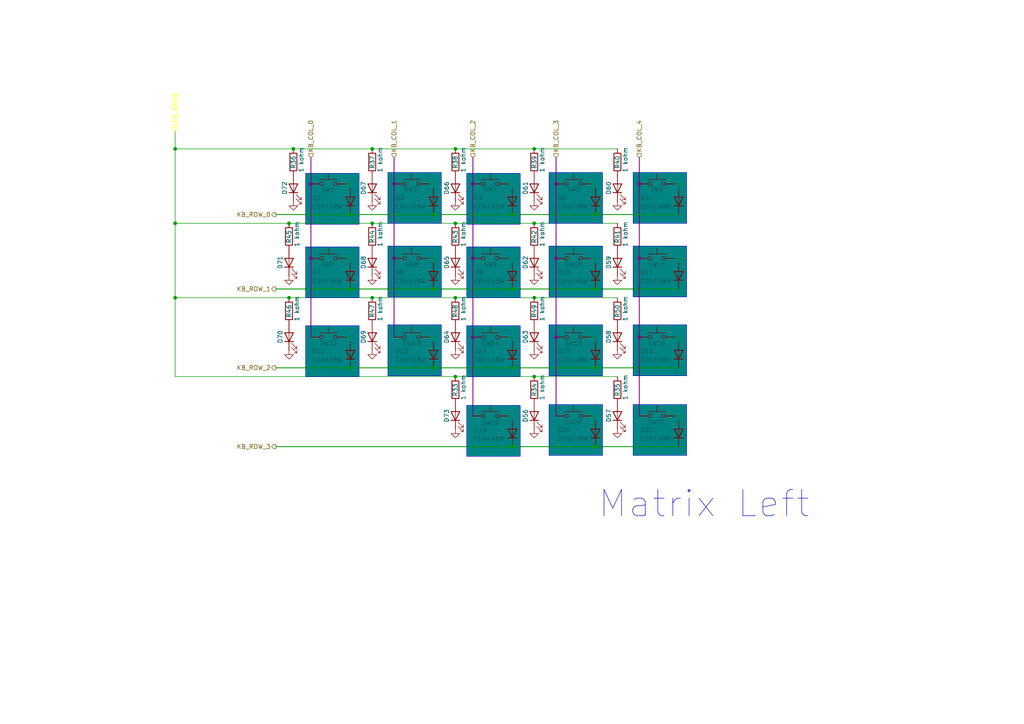
<source format=kicad_sch>
(kicad_sch (version 20231120) (generator "eeschema") (generator_version "8.0")
  (paper "A4")
  (title_block (title "Simple Keyboard") (date "2025-02-09") (rev "0") (company "Daniel Pérez (steewBSD)"))
  (lib_symbols
    (symbol "#inventree:RC0603FR-071KL" (pin_numbers hide) (pin_names (offset 0))
      (property "Reference" "R" (at 2.032 0 90))
      (property "Value" "1 kohm" (at 0 0 90))
      (symbol "RC0603FR-071KL_0_1"
        (rectangle (start -1.016 -2.54) (end 1.016 2.54) (stroke (width 0.254)))
      )
      (symbol "RC0603FR-071KL_1_1"
        (pin passive line (at 0 3.81 270) (length 1.27) (name "~") (number "1"))
        (pin passive line (at 0 -3.81 90) (length 1.27) (name "~") (number "2"))
      )
    )
    (symbol "Device:LED" (pin_numbers hide) (pin_names (offset 1.016) hide)
      (property "Reference" "D" (at 0 2.54 0))
      (property "Value" "LED" (at 0 -2.54 0))
      (symbol "LED_0_1"
        (polyline (pts (xy -1.27 -1.27) (xy -1.27 1.27)) (stroke (width 0.254)))
        (polyline (pts (xy -1.27 0) (xy 1.27 0)))
        (polyline (pts (xy 1.27 -1.27) (xy 1.27 1.27) (xy -1.27 0) (xy 1.27 -1.27)) (stroke (width 0.254)))
        (polyline (pts (xy -3.048 -0.762) (xy -4.572 -2.286) (xy -3.81 -2.286) (xy -4.572 -2.286) (xy -4.572 -1.524)))
        (polyline (pts (xy -1.778 -0.762) (xy -3.302 -2.286) (xy -2.54 -2.286) (xy -3.302 -2.286) (xy -3.302 -1.524)))
      )
      (symbol "LED_1_1"
        (pin passive line (at -3.81 0 0) (length 2.54) (name "K") (number "1"))
        (pin passive line (at 3.81 0 180) (length 2.54) (name "A") (number "2"))
      )
    )
    (symbol "Diode:CD4148W" (pin_numbers hide) (pin_names hide)
      (property "Reference" "D" (at 0 2.54 0))
      (property "Value" "CD4148W" (at 0 -2.54 0))
      (symbol "CD4148W_0_1"
        (polyline (pts (xy -1.27 1.27) (xy -1.27 -1.27)) (stroke (width 0.254)))
        (polyline (pts (xy 1.27 0) (xy -1.27 0)))
        (polyline (pts (xy 1.27 1.27) (xy 1.27 -1.27) (xy -1.27 0) (xy 1.27 1.27)) (stroke (width 0.254)))
      )
      (symbol "CD4148W_1_1"
        (pin passive line (at -3.81 0 0) (length 2.54) (name "K") (number "1"))
        (pin passive line (at 3.81 0 180) (length 2.54) (name "A") (number "2"))
      )
    )
    (symbol "Switch:SW_Push" (pin_numbers hide) (pin_names (offset 1.016) hide)
      (property "Reference" "SW" (at 1.27 2.54 0))
      (property "Value" "SW_Push" (at 0 -1.524 0))
      (symbol "SW_Push_0_1"
        (circle (center -2.032 0) (radius 0.508))
        (polyline (pts (xy 0 1.27) (xy 0 3.048)))
        (polyline (pts (xy 2.54 1.27) (xy -2.54 1.27)))
        (circle (center 2.032 0) (radius 0.508))
        (pin passive line (at -5.08 0 0) (length 2.54) (name "1") (number "1"))
        (pin passive line (at 5.08 0 180) (length 2.54) (name "2") (number "2"))
      )
    )
    (symbol "power:GND" (power) (pin_numbers hide) (pin_names (offset 0) hide)
      (property "Value" "GND" (at 0 -3.81 0))
      (symbol "GND_0_1"
        (polyline (pts (xy 0 0) (xy 0 -1.27) (xy 1.27 -1.27) (xy 0 -2.54) (xy -1.27 -1.27) (xy 0 -1.27)))
      )
      (symbol "GND_1_1"
        (pin power_in line (at 0 0 270) (length 0) (name "~") (number "1"))
      )
    )
  )
  (junction (at 148.59 62.23))
  (junction (at 90.17 53.34) (color 132 0 132 1))
  (junction (at 161.29 97.79) (color 132 0 132 1))
  (junction (at 185.42 97.79) (color 132 0 132 1))
  (junction (at 154.94 64.77))
  (junction (at 114.3 53.34) (color 132 0 132 1))
  (junction (at 154.94 109.22))
  (junction (at 148.59 106.68))
  (junction (at 90.17 74.93) (color 132 0 132 1))
  (junction (at 50.8 86.36))
  (junction (at 185.42 53.34) (color 132 0 132 1))
  (junction (at 161.29 74.93) (color 132 0 132 1))
  (junction (at 83.82 86.36))
  (junction (at 125.73 106.68))
  (junction (at 185.42 74.93) (color 132 0 132 1))
  (junction (at 85.09 43.18))
  (junction (at 125.73 62.23))
  (junction (at 83.82 64.77))
  (junction (at 154.94 86.36))
  (junction (at 50.8 43.18))
  (junction (at 107.95 43.18))
  (junction (at 101.6 62.23))
  (junction (at 107.95 64.77))
  (junction (at 161.29 53.34) (color 132 0 132 1))
  (junction (at 132.08 43.18))
  (junction (at 50.8 64.77))
  (junction (at 172.72 62.23))
  (junction (at 137.16 53.34) (color 132 0 132 1))
  (junction (at 125.73 83.82))
  (junction (at 101.6 83.82))
  (junction (at 154.94 43.18))
  (junction (at 132.08 64.77))
  (junction (at 101.6 106.68))
  (junction (at 132.08 109.22))
  (junction (at 148.59 129.54))
  (junction (at 132.08 86.36))
  (junction (at 172.72 129.54))
  (junction (at 172.72 106.68))
  (junction (at 107.95 86.36))
  (junction (at 114.3 74.93) (color 132 0 132 1))
  (junction (at 137.16 97.79) (color 132 0 132 1))
  (junction (at 148.59 83.82))
  (junction (at 172.72 83.82))
  (junction (at 137.16 74.93) (color 132 0 132 1))
  (wire (pts (xy 137.16 74.93) (xy 137.16 97.79)) (stroke (width 0.254) (color 132 0 132 1)))
  (wire (pts (xy 148.59 62.23) (xy 172.72 62.23)) (stroke (width 0.254)))
  (wire (pts (xy 101.6 62.23) (xy 125.73 62.23)) (stroke (width 0.254)))
  (wire (pts (xy 50.8 43.18) (xy 50.8 64.77)))
  (wire (pts (xy 195.58 120.65) (xy 196.85 120.65)))
  (wire (pts (xy 100.33 97.79) (xy 101.6 97.79)))
  (wire (pts (xy 90.17 45.72) (xy 90.17 53.34)) (stroke (width 0.254) (color 132 0 132 1)))
  (wire (pts (xy 185.42 53.34) (xy 185.42 74.93)) (stroke (width 0.254) (color 132 0 132 1)))
  (wire (pts (xy 107.95 64.77) (xy 132.08 64.77)))
  (wire (pts (xy 114.3 74.93) (xy 114.3 97.79)) (stroke (width 0.254) (color 132 0 132 1)))
  (wire (pts (xy 147.32 74.93) (xy 148.59 74.93)))
  (wire (pts (xy 185.42 74.93) (xy 185.42 97.79)) (stroke (width 0.254) (color 132 0 132 1)))
  (wire (pts (xy 83.82 64.77) (xy 107.95 64.77)))
  (wire (pts (xy 195.58 53.34) (xy 196.85 53.34)))
  (wire (pts (xy 161.29 45.72) (xy 161.29 53.34)) (stroke (width 0.254) (color 132 0 132 1)))
  (wire (pts (xy 107.95 86.36) (xy 132.08 86.36)))
  (wire (pts (xy 50.8 64.77) (xy 50.8 86.36)))
  (wire (pts (xy 147.32 120.65) (xy 148.59 120.65)))
  (wire (pts (xy 154.94 43.18) (xy 179.07 43.18)))
  (wire (pts (xy 137.16 97.79) (xy 137.16 120.65)) (stroke (width 0.254) (color 132 0 132 1)))
  (wire (pts (xy 161.29 97.79) (xy 161.29 120.65)) (stroke (width 0.254) (color 132 0 132 1)))
  (wire (pts (xy 90.17 74.93) (xy 90.17 97.79)) (stroke (width 0.254) (color 132 0 132 1)))
  (wire (pts (xy 50.8 109.22) (xy 132.08 109.22)))
  (wire (pts (xy 172.72 83.82) (xy 196.85 83.82)) (stroke (width 0.254)))
  (wire (pts (xy 154.94 109.22) (xy 179.07 109.22)))
  (wire (pts (xy 80.01 129.54) (xy 148.59 129.54)) (stroke (width 0.254)))
  (wire (pts (xy 100.33 53.34) (xy 101.6 53.34)))
  (wire (pts (xy 195.58 97.79) (xy 196.85 97.79)))
  (wire (pts (xy 125.73 62.23) (xy 148.59 62.23)) (stroke (width 0.254)))
  (wire (pts (xy 101.6 83.82) (xy 125.73 83.82)) (stroke (width 0.254)))
  (wire (pts (xy 101.6 106.68) (xy 125.73 106.68)) (stroke (width 0.254)))
  (wire (pts (xy 50.8 64.77) (xy 83.82 64.77)))
  (wire (pts (xy 50.8 43.18) (xy 85.09 43.18)))
  (wire (pts (xy 148.59 83.82) (xy 172.72 83.82)) (stroke (width 0.254)))
  (wire (pts (xy 125.73 74.93) (xy 125.73 76.2)))
  (wire (pts (xy 172.72 120.65) (xy 172.72 121.92)))
  (wire (pts (xy 195.58 74.93) (xy 196.85 74.93)))
  (wire (pts (xy 132.08 64.77) (xy 154.94 64.77)))
  (wire (pts (xy 124.46 97.79) (xy 125.73 97.79)))
  (wire (pts (xy 196.85 97.79) (xy 196.85 99.06)))
  (wire (pts (xy 172.72 106.68) (xy 196.85 106.68)) (stroke (width 0.254)))
  (wire (pts (xy 148.59 106.68) (xy 172.72 106.68)) (stroke (width 0.254)))
  (wire (pts (xy 90.17 53.34) (xy 90.17 74.93)) (stroke (width 0.254) (color 132 0 132 1)))
  (wire (pts (xy 148.59 74.93) (xy 148.59 76.2)))
  (wire (pts (xy 50.8 38.1) (xy 50.8 43.18)))
  (wire (pts (xy 172.72 62.23) (xy 196.85 62.23)) (stroke (width 0.254)))
  (wire (pts (xy 171.45 74.93) (xy 172.72 74.93)))
  (wire (pts (xy 148.59 129.54) (xy 172.72 129.54)) (stroke (width 0.254)))
  (wire (pts (xy 137.16 45.72) (xy 137.16 53.34)) (stroke (width 0.254) (color 132 0 132 1)))
  (wire (pts (xy 132.08 43.18) (xy 154.94 43.18)))
  (wire (pts (xy 172.72 74.93) (xy 172.72 76.2)))
  (wire (pts (xy 196.85 74.93) (xy 196.85 76.2)))
  (wire (pts (xy 80.01 83.82) (xy 101.6 83.82)) (stroke (width 0.254)))
  (wire (pts (xy 148.59 97.79) (xy 148.59 99.06)))
  (wire (pts (xy 171.45 120.65) (xy 172.72 120.65)))
  (wire (pts (xy 100.33 74.93) (xy 101.6 74.93)))
  (wire (pts (xy 172.72 53.34) (xy 172.72 54.61)))
  (wire (pts (xy 172.72 129.54) (xy 196.85 129.54)) (stroke (width 0.254)))
  (wire (pts (xy 185.42 45.72) (xy 185.42 53.34)) (stroke (width 0.254) (color 132 0 132 1)))
  (wire (pts (xy 107.95 43.18) (xy 132.08 43.18)))
  (wire (pts (xy 132.08 109.22) (xy 154.94 109.22)))
  (wire (pts (xy 101.6 53.34) (xy 101.6 54.61)))
  (wire (pts (xy 172.72 97.79) (xy 172.72 99.06)))
  (wire (pts (xy 114.3 53.34) (xy 114.3 74.93)) (stroke (width 0.254) (color 132 0 132 1)))
  (wire (pts (xy 50.8 86.36) (xy 50.8 109.22)))
  (wire (pts (xy 125.73 83.82) (xy 148.59 83.82)) (stroke (width 0.254)))
  (wire (pts (xy 196.85 53.34) (xy 196.85 54.61)))
  (wire (pts (xy 137.16 53.34) (xy 137.16 74.93)) (stroke (width 0.254) (color 132 0 132 1)))
  (wire (pts (xy 85.09 43.18) (xy 107.95 43.18)))
  (wire (pts (xy 154.94 86.36) (xy 179.07 86.36)))
  (wire (pts (xy 80.01 106.68) (xy 101.6 106.68)) (stroke (width 0.254)))
  (wire (pts (xy 101.6 74.93) (xy 101.6 76.2)))
  (wire (pts (xy 148.59 120.65) (xy 148.59 121.92)))
  (wire (pts (xy 147.32 97.79) (xy 148.59 97.79)))
  (wire (pts (xy 50.8 86.36) (xy 83.82 86.36)))
  (wire (pts (xy 154.94 64.77) (xy 179.07 64.77)))
  (wire (pts (xy 147.32 53.34) (xy 148.59 53.34)))
  (wire (pts (xy 124.46 74.93) (xy 125.73 74.93)))
  (wire (pts (xy 148.59 53.34) (xy 148.59 54.61)))
  (wire (pts (xy 125.73 97.79) (xy 125.73 99.06)))
  (wire (pts (xy 114.3 45.72) (xy 114.3 53.34)) (stroke (width 0.254) (color 132 0 132 1)))
  (wire (pts (xy 80.01 62.23) (xy 101.6 62.23)) (stroke (width 0.254)))
  (wire (pts (xy 161.29 53.34) (xy 161.29 74.93)) (stroke (width 0.254) (color 132 0 132 1)))
  (wire (pts (xy 83.82 86.36) (xy 107.95 86.36)))
  (wire (pts (xy 161.29 74.93) (xy 161.29 97.79)) (stroke (width 0.254) (color 132 0 132 1)))
  (wire (pts (xy 171.45 53.34) (xy 172.72 53.34)))
  (wire (pts (xy 196.85 120.65) (xy 196.85 121.92)))
  (wire (pts (xy 132.08 86.36) (xy 154.94 86.36)))
  (wire (pts (xy 125.73 106.68) (xy 148.59 106.68)) (stroke (width 0.254)))
  (wire (pts (xy 101.6 97.79) (xy 101.6 99.06)))
  (wire (pts (xy 185.42 97.79) (xy 185.42 120.65)) (stroke (width 0.254) (color 132 0 132 1)))
  (wire (pts (xy 124.46 53.34) (xy 125.73 53.34)))
  (wire (pts (xy 171.45 97.79) (xy 172.72 97.79)))
  (wire (pts (xy 125.73 53.34) (xy 125.73 54.61)))
  (rectangle (start 135.382 50.292) (end 150.876 65.024) (fill (type color) (color 0 132 132 1)))
  (rectangle (start 88.646 94.488) (end 104.14 109.22) (fill (type color) (color 0 132 132 1)))
  (rectangle (start 183.642 117.348) (end 199.136 132.08) (fill (type color) (color 0 132 132 1)))
  (rectangle (start 112.522 94.234) (end 128.016 108.966) (fill (type color) (color 0 132 132 1)))
  (rectangle (start 88.646 50.292) (end 104.14 65.024) (fill (type color) (color 0 132 132 1)))
  (rectangle (start 159.258 94.234) (end 174.752 108.966) (fill (type color) (color 0 132 132 1)))
  (rectangle (start 159.258 117.348) (end 174.752 132.08) (fill (type color) (color 0 132 132 1)))
  (rectangle (start 135.382 71.628) (end 150.876 86.36) (fill (type color) (color 0 132 132 1)))
  (rectangle (start 135.382 117.602) (end 150.876 132.334) (fill (type color) (color 0 132 132 1)))
  (rectangle (start 183.642 50.038) (end 199.136 64.77) (fill (type color) (color 0 132 132 1)))
  (rectangle (start 183.642 94.234) (end 199.136 108.966) (fill (type color) (color 0 132 132 1)))
  (rectangle (start 135.382 94.488) (end 150.876 109.22) (fill (type color) (color 0 132 132 1)))
  (rectangle (start 183.642 71.374) (end 199.136 86.106) (fill (type color) (color 0 132 132 1)))
  (rectangle (start 88.646 71.628) (end 104.14 86.36) (fill (type color) (color 0 132 132 1)))
  (rectangle (start 112.522 50.038) (end 128.016 64.77) (fill (type color) (color 0 132 132 1)))
  (rectangle (start 112.522 71.374) (end 128.016 86.106) (fill (type color) (color 0 132 132 1)))
  (rectangle (start 159.258 50.038) (end 174.752 64.77) (fill (type color) (color 0 132 132 1)))
  (rectangle (start 159.258 71.374) (end 174.752 86.106) (fill (type color) (color 0 132 132 1)))
  (text "Matrix Left" (at 204.216 146.304 0) (effects (font (size 7.62 7.62))))
  (hierarchical_label "KB_ROW_0" (shape output) (at 80.01 62.23 180))
  (hierarchical_label "KB_COL_3" (shape input) (at 161.29 45.72 90))
  (hierarchical_label "KB_COL_1" (shape input) (at 114.3 45.72 90))
  (hierarchical_label "KB_ROW_2" (shape output) (at 80.01 106.68 180))
  (hierarchical_label "KB_COL_2" (shape input) (at 137.16 45.72 90))
  (hierarchical_label "KB_COL_0" (shape input) (at 90.17 45.72 90))
  (hierarchical_label "KB_ROW_3" (shape output) (at 80.01 129.54 180))
  (hierarchical_label "KB_ROW_1" (shape output) (at 80.01 83.82 180))
  (hierarchical_label "KB_COL_4" (shape input) (at 185.42 45.72 90))
  (hierarchical_label "LED_DRIVE" (shape input) (at 50.8 38.1 90))
  (symbol (lib_id "#inventree:RC0603FR-071KL") (at 107.95 46.99 0) (unit 1)
    (property "Reference" "R37" (at 107.95 49.022 90) (effects (justify left)))
    (property "Value" "1 kohm" (at 110.236 50.038 90) (effects (justify left)))
    (property "Footprint" "Resistor_SMD:R_0603_1608Metric_Pad0.98x0.95mm_HandSolder" (effects (hide yes)))
    (property "Datasheet" "http://10.0.0.41/media/attachments/part/69/PYu-RC_Group_51_RoHS_L_12.pdf" (effects (hide yes)))
    (property "Description" "RES 1K OHM 1% 1/10W 0603" (effects (hide yes)))
    (property "InvenTree" "69" (effects (hide yes)))
    (property "Mounting Type" "0603" (effects (hide yes)))
    (property "Package Type" "0603 (1608 Metric)" (effects (hide yes)))
    (property "Part URL" "http://10.0.0.41:7333/part/69/" (effects (hide yes)))
    (property "Rated Power" "0.1W, 1/10W" (effects (hide yes)))
    (property "Tolerance" "1%" (effects (hide yes)))
  )
  (symbol (lib_id "Diode:CD4148W") (at 196.85 80.01 90) (unit 1)
    (property "Reference" "D11" (at 185.674 78.994 90) (effects (justify right)))
    (property "Value" "CD4148W" (at 185.674 81.534 90) (effects (justify right)))
    (property "Footprint" "Diode_SMD:D_0805_2012Metric_Pad1.15x1.40mm_HandSolder" (effects (hide yes)))
    (property "Datasheet" "https://www.lcsc.com/datasheet/lcsc_datasheet_1809291616_LIZ-Elec-CD4148WSP_C109001.pdf" (effects (hide yes)))
    (property "Description" "75V 0.15A Switching Diode, 0805" (effects (hide yes)))
    (property "Sim.Device" "D" (effects (hide yes)))
    (property "Sim.Pins" "1=K 2=A" (effects (hide yes)))
    (property "InvenTree" "64" (effects (hide yes)))
  )
  (symbol (lib_id "Diode:CD4148W") (at 125.73 58.42 90) (unit 1)
    (property "Reference" "D3" (at 114.554 57.404 90) (effects (justify right)))
    (property "Value" "CD4148W" (at 114.554 59.944 90) (effects (justify right)))
    (property "Footprint" "Diode_SMD:D_0805_2012Metric_Pad1.15x1.40mm_HandSolder" (effects (hide yes)))
    (property "Datasheet" "https://www.lcsc.com/datasheet/lcsc_datasheet_1809291616_LIZ-Elec-CD4148WSP_C109001.pdf" (effects (hide yes)))
    (property "Description" "75V 0.15A Switching Diode, 0805" (effects (hide yes)))
    (property "Sim.Device" "D" (effects (hide yes)))
    (property "Sim.Pins" "1=K 2=A" (effects (hide yes)))
    (property "InvenTree" "64" (effects (hide yes)))
  )
  (symbol (lib_id "Device:LED") (at 85.09 54.61 90) (unit 1)
    (property "Reference" "D72" (at 82.55 52.578 0) (effects (justify right)))
    (property "Value" "LED" (effects (hide yes)))
    (property "Footprint" "LED_SMD:LED_0603_1608Metric_Pad1.05x0.95mm_HandSolder" (effects (hide yes)))
    (property "Description" "Light emitting diode" (effects (hide yes)))
    (property "InvenTree" "67" (effects (hide yes)))
  )
  (symbol (lib_id "Switch:SW_Push") (at 190.5 53.34 0) (unit 1)
    (property "Reference" "SW6" (at 190.5 54.864 0))
    (property "Value" "SW_Push" (effects (hide yes)))
    (property "Footprint" "personal:Gateron_Milky_Yellow" (effects (hide yes)))
    (property "Description" "Push button switch, generic, two pins" (effects (hide yes)))
  )
  (symbol (lib_id "Diode:CD4148W") (at 148.59 58.42 90) (unit 1)
    (property "Reference" "D4" (at 137.414 57.404 90) (effects (justify right)))
    (property "Value" "CD4148W" (at 137.414 59.944 90) (effects (justify right)))
    (property "Footprint" "Diode_SMD:D_0805_2012Metric_Pad1.15x1.40mm_HandSolder" (effects (hide yes)))
    (property "Datasheet" "https://www.lcsc.com/datasheet/lcsc_datasheet_1809291616_LIZ-Elec-CD4148WSP_C109001.pdf" (effects (hide yes)))
    (property "Description" "75V 0.15A Switching Diode, 0805" (effects (hide yes)))
    (property "Sim.Device" "D" (effects (hide yes)))
    (property "Sim.Pins" "1=K 2=A" (effects (hide yes)))
    (property "InvenTree" "64" (effects (hide yes)))
  )
  (symbol (lib_id "#inventree:RC0603FR-071KL") (at 83.82 90.17 0) (unit 1)
    (property "Reference" "R46" (at 83.82 92.202 90) (effects (justify left)))
    (property "Value" "1 kohm" (at 86.106 93.218 90) (effects (justify left)))
    (property "Footprint" "Resistor_SMD:R_0603_1608Metric_Pad0.98x0.95mm_HandSolder" (effects (hide yes)))
    (property "Datasheet" "http://10.0.0.41/media/attachments/part/69/PYu-RC_Group_51_RoHS_L_12.pdf" (effects (hide yes)))
    (property "Description" "RES 1K OHM 1% 1/10W 0603" (effects (hide yes)))
    (property "InvenTree" "69" (effects (hide yes)))
    (property "Mounting Type" "0603" (effects (hide yes)))
    (property "Package Type" "0603 (1608 Metric)" (effects (hide yes)))
    (property "Part URL" "http://10.0.0.41:7333/part/69/" (effects (hide yes)))
    (property "Rated Power" "0.1W, 1/10W" (effects (hide yes)))
    (property "Tolerance" "1%" (effects (hide yes)))
  )
  (symbol (lib_id "Device:LED") (at 107.95 54.61 90) (unit 1)
    (property "Reference" "D67" (at 105.41 52.578 0) (effects (justify right)))
    (property "Value" "LED" (effects (hide yes)))
    (property "Footprint" "LED_SMD:LED_0603_1608Metric_Pad1.05x0.95mm_HandSolder" (effects (hide yes)))
    (property "Description" "Light emitting diode" (effects (hide yes)))
    (property "InvenTree" "67" (effects (hide yes)))
  )
  (symbol (lib_id "power:GND") (at 132.08 80.01 0) (unit 1)
    (property "Reference" "#PWR0109" (effects (hide yes)))
    (property "Value" "GND" (effects (hide yes)))
    (property "Description" "Power symbol creates a global label with name \"GND\" , ground" (effects (hide yes)))
  )
  (symbol (lib_id "#inventree:RC0603FR-071KL") (at 154.94 68.58 0) (unit 1)
    (property "Reference" "R42" (at 154.94 70.612 90) (effects (justify left)))
    (property "Value" "1 kohm" (at 157.226 71.628 90) (effects (justify left)))
    (property "Footprint" "Resistor_SMD:R_0603_1608Metric_Pad0.98x0.95mm_HandSolder" (effects (hide yes)))
    (property "Datasheet" "http://10.0.0.41/media/attachments/part/69/PYu-RC_Group_51_RoHS_L_12.pdf" (effects (hide yes)))
    (property "Description" "RES 1K OHM 1% 1/10W 0603" (effects (hide yes)))
    (property "InvenTree" "69" (effects (hide yes)))
    (property "Mounting Type" "0603" (effects (hide yes)))
    (property "Package Type" "0603 (1608 Metric)" (effects (hide yes)))
    (property "Part URL" "http://10.0.0.41:7333/part/69/" (effects (hide yes)))
    (property "Rated Power" "0.1W, 1/10W" (effects (hide yes)))
    (property "Tolerance" "1%" (effects (hide yes)))
  )
  (symbol (lib_id "power:GND") (at 132.08 58.42 0) (unit 1)
    (property "Reference" "#PWR0104" (effects (hide yes)))
    (property "Value" "GND" (effects (hide yes)))
    (property "Description" "Power symbol creates a global label with name \"GND\" , ground" (effects (hide yes)))
  )
  (symbol (lib_id "#inventree:RC0603FR-071KL") (at 179.07 113.03 0) (unit 1)
    (property "Reference" "R35" (at 179.07 115.062 90) (effects (justify left)))
    (property "Value" "1 kohm" (at 181.356 116.078 90) (effects (justify left)))
    (property "Footprint" "Resistor_SMD:R_0603_1608Metric_Pad0.98x0.95mm_HandSolder" (effects (hide yes)))
    (property "Datasheet" "http://10.0.0.41/media/attachments/part/69/PYu-RC_Group_51_RoHS_L_12.pdf" (effects (hide yes)))
    (property "Description" "RES 1K OHM 1% 1/10W 0603" (effects (hide yes)))
    (property "InvenTree" "69" (effects (hide yes)))
    (property "Mounting Type" "0603" (effects (hide yes)))
    (property "Package Type" "0603 (1608 Metric)" (effects (hide yes)))
    (property "Part URL" "http://10.0.0.41:7333/part/69/" (effects (hide yes)))
    (property "Rated Power" "0.1W, 1/10W" (effects (hide yes)))
    (property "Tolerance" "1%" (effects (hide yes)))
  )
  (symbol (lib_id "Device:LED") (at 179.07 76.2 90) (unit 1)
    (property "Reference" "D59" (at 176.53 74.168 0) (effects (justify right)))
    (property "Value" "LED" (effects (hide yes)))
    (property "Footprint" "LED_SMD:LED_0603_1608Metric_Pad1.05x0.95mm_HandSolder" (effects (hide yes)))
    (property "Description" "Light emitting diode" (effects (hide yes)))
    (property "InvenTree" "67" (effects (hide yes)))
  )
  (symbol (lib_id "Switch:SW_Push") (at 119.38 53.34 0) (unit 1)
    (property "Reference" "SW3" (at 119.126 54.864 0))
    (property "Value" "SW_Push" (effects (hide yes)))
    (property "Footprint" "personal:Gateron_Milky_Yellow" (effects (hide yes)))
    (property "Description" "Push button switch, generic, two pins" (effects (hide yes)))
  )
  (symbol (lib_id "Diode:CD4148W") (at 172.72 125.73 90) (unit 1)
    (property "Reference" "D20" (at 161.544 124.714 90) (effects (justify right)))
    (property "Value" "CD4148W" (at 161.544 127.254 90) (effects (justify right)))
    (property "Footprint" "Diode_SMD:D_0805_2012Metric_Pad1.15x1.40mm_HandSolder" (effects (hide yes)))
    (property "Datasheet" "https://www.lcsc.com/datasheet/lcsc_datasheet_1809291616_LIZ-Elec-CD4148WSP_C109001.pdf" (effects (hide yes)))
    (property "Description" "75V 0.15A Switching Diode, 0805" (effects (hide yes)))
    (property "Sim.Device" "D" (effects (hide yes)))
    (property "Sim.Pins" "1=K 2=A" (effects (hide yes)))
    (property "InvenTree" "64" (effects (hide yes)))
  )
  (symbol (lib_id "Switch:SW_Push") (at 142.24 120.65 0) (unit 1)
    (property "Reference" "SW19" (at 142.24 122.682 0))
    (property "Value" "SW_Push" (effects (hide yes)))
    (property "Footprint" "personal:Gateron_Milky_Yellow" (effects (hide yes)))
    (property "Description" "Push button switch, generic, two pins" (effects (hide yes)))
  )
  (symbol (lib_id "Device:LED") (at 179.07 54.61 90) (unit 1)
    (property "Reference" "D60" (at 176.53 52.578 0) (effects (justify right)))
    (property "Value" "LED" (effects (hide yes)))
    (property "Footprint" "LED_SMD:LED_0603_1608Metric_Pad1.05x0.95mm_HandSolder" (effects (hide yes)))
    (property "Description" "Light emitting diode" (effects (hide yes)))
    (property "InvenTree" "67" (effects (hide yes)))
  )
  (symbol (lib_id "Switch:SW_Push") (at 190.5 74.93 0) (unit 1)
    (property "Reference" "SW11" (at 190.5 76.708 0))
    (property "Value" "SW_Push" (effects (hide yes)))
    (property "Footprint" "personal:Gateron_Milky_Yellow" (effects (hide yes)))
    (property "Description" "Push button switch, generic, two pins" (effects (hide yes)))
  )
  (symbol (lib_id "#inventree:RC0603FR-071KL") (at 179.07 46.99 0) (unit 1)
    (property "Reference" "R40" (at 179.07 49.022 90) (effects (justify left)))
    (property "Value" "1 kohm" (at 181.356 50.038 90) (effects (justify left)))
    (property "Footprint" "Resistor_SMD:R_0603_1608Metric_Pad0.98x0.95mm_HandSolder" (effects (hide yes)))
    (property "Datasheet" "http://10.0.0.41/media/attachments/part/69/PYu-RC_Group_51_RoHS_L_12.pdf" (effects (hide yes)))
    (property "Description" "RES 1K OHM 1% 1/10W 0603" (effects (hide yes)))
    (property "InvenTree" "69" (effects (hide yes)))
    (property "Mounting Type" "0603" (effects (hide yes)))
    (property "Package Type" "0603 (1608 Metric)" (effects (hide yes)))
    (property "Part URL" "http://10.0.0.41:7333/part/69/" (effects (hide yes)))
    (property "Rated Power" "0.1W, 1/10W" (effects (hide yes)))
    (property "Tolerance" "1%" (effects (hide yes)))
  )
  (symbol (lib_id "Switch:SW_Push") (at 166.37 120.65 0) (unit 1)
    (property "Reference" "SW20" (at 166.37 122.428 0))
    (property "Value" "SW_Push" (effects (hide yes)))
    (property "Footprint" "personal:Gateron_Milky_Yellow" (effects (hide yes)))
    (property "Description" "Push button switch, generic, two pins" (effects (hide yes)))
  )
  (symbol (lib_id "power:GND") (at 132.08 101.6 0) (unit 1)
    (property "Reference" "#PWR0114" (effects (hide yes)))
    (property "Value" "GND" (effects (hide yes)))
    (property "Description" "Power symbol creates a global label with name \"GND\" , ground" (effects (hide yes)))
  )
  (symbol (lib_id "Device:LED") (at 154.94 120.65 90) (unit 1)
    (property "Reference" "D56" (at 152.4 118.618 0) (effects (justify right)))
    (property "Value" "LED" (effects (hide yes)))
    (property "Footprint" "LED_SMD:LED_0603_1608Metric_Pad1.05x0.95mm_HandSolder" (effects (hide yes)))
    (property "Description" "Light emitting diode" (effects (hide yes)))
    (property "InvenTree" "67" (effects (hide yes)))
  )
  (symbol (lib_id "power:GND") (at 179.07 101.6 0) (unit 1)
    (property "Reference" "#PWR0116" (effects (hide yes)))
    (property "Value" "GND" (effects (hide yes)))
    (property "Description" "Power symbol creates a global label with name \"GND\" , ground" (effects (hide yes)))
  )
  (symbol (lib_id "power:GND") (at 107.95 80.01 0) (unit 1)
    (property "Reference" "#PWR0110" (effects (hide yes)))
    (property "Value" "GND" (effects (hide yes)))
    (property "Description" "Power symbol creates a global label with name \"GND\" , ground" (effects (hide yes)))
  )
  (symbol (lib_id "Device:LED") (at 132.08 120.65 90) (unit 1)
    (property "Reference" "D73" (at 129.54 118.618 0) (effects (justify right)))
    (property "Value" "LED" (effects (hide yes)))
    (property "Footprint" "LED_SMD:LED_0603_1608Metric_Pad1.05x0.95mm_HandSolder" (effects (hide yes)))
    (property "Description" "Light emitting diode" (effects (hide yes)))
    (property "InvenTree" "67" (effects (hide yes)))
  )
  (symbol (lib_id "Switch:SW_Push") (at 142.24 97.79 0) (unit 1)
    (property "Reference" "SW14" (at 142.24 99.568 0))
    (property "Value" "SW_Push" (effects (hide yes)))
    (property "Footprint" "personal:Gateron_Milky_Yellow" (effects (hide yes)))
    (property "Description" "Push button switch, generic, two pins" (effects (hide yes)))
  )
  (symbol (lib_id "power:GND") (at 179.07 124.46 0) (unit 1)
    (property "Reference" "#PWR0117" (effects (hide yes)))
    (property "Value" "GND" (effects (hide yes)))
    (property "Description" "Power symbol creates a global label with name \"GND\" , ground" (effects (hide yes)))
  )
  (symbol (lib_id "Device:LED") (at 154.94 76.2 90) (unit 1)
    (property "Reference" "D62" (at 152.4 74.168 0) (effects (justify right)))
    (property "Value" "LED" (effects (hide yes)))
    (property "Footprint" "LED_SMD:LED_0603_1608Metric_Pad1.05x0.95mm_HandSolder" (effects (hide yes)))
    (property "Description" "Light emitting diode" (effects (hide yes)))
    (property "InvenTree" "67" (effects (hide yes)))
  )
  (symbol (lib_id "#inventree:RC0603FR-071KL") (at 154.94 90.17 0) (unit 1)
    (property "Reference" "R49" (at 154.94 92.202 90) (effects (justify left)))
    (property "Value" "1 kohm" (at 157.226 93.218 90) (effects (justify left)))
    (property "Footprint" "Resistor_SMD:R_0603_1608Metric_Pad0.98x0.95mm_HandSolder" (effects (hide yes)))
    (property "Datasheet" "http://10.0.0.41/media/attachments/part/69/PYu-RC_Group_51_RoHS_L_12.pdf" (effects (hide yes)))
    (property "Description" "RES 1K OHM 1% 1/10W 0603" (effects (hide yes)))
    (property "InvenTree" "69" (effects (hide yes)))
    (property "Mounting Type" "0603" (effects (hide yes)))
    (property "Package Type" "0603 (1608 Metric)" (effects (hide yes)))
    (property "Part URL" "http://10.0.0.41:7333/part/69/" (effects (hide yes)))
    (property "Rated Power" "0.1W, 1/10W" (effects (hide yes)))
    (property "Tolerance" "1%" (effects (hide yes)))
  )
  (symbol (lib_id "Device:LED") (at 179.07 97.79 90) (unit 1)
    (property "Reference" "D58" (at 176.53 95.758 0) (effects (justify right)))
    (property "Value" "LED" (effects (hide yes)))
    (property "Footprint" "LED_SMD:LED_0603_1608Metric_Pad1.05x0.95mm_HandSolder" (effects (hide yes)))
    (property "Description" "Light emitting diode" (effects (hide yes)))
    (property "InvenTree" "67" (effects (hide yes)))
  )
  (symbol (lib_id "Diode:CD4148W") (at 196.85 102.87 90) (unit 1)
    (property "Reference" "D16" (at 185.674 101.854 90) (effects (justify right)))
    (property "Value" "CD4148W" (at 185.674 104.394 90) (effects (justify right)))
    (property "Footprint" "Diode_SMD:D_0805_2012Metric_Pad1.15x1.40mm_HandSolder" (effects (hide yes)))
    (property "Datasheet" "https://www.lcsc.com/datasheet/lcsc_datasheet_1809291616_LIZ-Elec-CD4148WSP_C109001.pdf" (effects (hide yes)))
    (property "Description" "75V 0.15A Switching Diode, 0805" (effects (hide yes)))
    (property "Sim.Device" "D" (effects (hide yes)))
    (property "Sim.Pins" "1=K 2=A" (effects (hide yes)))
    (property "InvenTree" "64" (effects (hide yes)))
  )
  (symbol (lib_id "Diode:CD4148W") (at 172.72 102.87 90) (unit 1)
    (property "Reference" "D15" (at 161.544 101.854 90) (effects (justify right)))
    (property "Value" "CD4148W" (at 161.544 104.394 90) (effects (justify right)))
    (property "Footprint" "Diode_SMD:D_0805_2012Metric_Pad1.15x1.40mm_HandSolder" (effects (hide yes)))
    (property "Datasheet" "https://www.lcsc.com/datasheet/lcsc_datasheet_1809291616_LIZ-Elec-CD4148WSP_C109001.pdf" (effects (hide yes)))
    (property "Description" "75V 0.15A Switching Diode, 0805" (effects (hide yes)))
    (property "Sim.Device" "D" (effects (hide yes)))
    (property "Sim.Pins" "1=K 2=A" (effects (hide yes)))
    (property "InvenTree" "64" (effects (hide yes)))
  )
  (symbol (lib_id "#inventree:RC0603FR-071KL") (at 85.09 46.99 0) (unit 1)
    (property "Reference" "R36" (at 85.09 49.022 90) (effects (justify left)))
    (property "Value" "1 kohm" (at 87.376 50.038 90) (effects (justify left)))
    (property "Footprint" "Resistor_SMD:R_0603_1608Metric_Pad0.98x0.95mm_HandSolder" (effects (hide yes)))
    (property "Datasheet" "http://10.0.0.41/media/attachments/part/69/PYu-RC_Group_51_RoHS_L_12.pdf" (effects (hide yes)))
    (property "Description" "RES 1K OHM 1% 1/10W 0603" (effects (hide yes)))
    (property "InvenTree" "69" (effects (hide yes)))
    (property "Mounting Type" "0603" (effects (hide yes)))
    (property "Package Type" "0603 (1608 Metric)" (effects (hide yes)))
    (property "Part URL" "http://10.0.0.41:7333/part/69/" (effects (hide yes)))
    (property "Rated Power" "0.1W, 1/10W" (effects (hide yes)))
    (property "Tolerance" "1%" (effects (hide yes)))
  )
  (symbol (lib_id "Device:LED") (at 107.95 76.2 90) (unit 1)
    (property "Reference" "D68" (at 105.41 74.168 0) (effects (justify right)))
    (property "Value" "LED" (effects (hide yes)))
    (property "Footprint" "LED_SMD:LED_0603_1608Metric_Pad1.05x0.95mm_HandSolder" (effects (hide yes)))
    (property "Description" "Light emitting diode" (effects (hide yes)))
    (property "InvenTree" "67" (effects (hide yes)))
  )
  (symbol (lib_id "Diode:CD4148W") (at 148.59 80.01 90) (unit 1)
    (property "Reference" "D9" (at 137.414 78.994 90) (effects (justify right)))
    (property "Value" "CD4148W" (at 137.414 81.534 90) (effects (justify right)))
    (property "Footprint" "Diode_SMD:D_0805_2012Metric_Pad1.15x1.40mm_HandSolder" (effects (hide yes)))
    (property "Datasheet" "https://www.lcsc.com/datasheet/lcsc_datasheet_1809291616_LIZ-Elec-CD4148WSP_C109001.pdf" (effects (hide yes)))
    (property "Description" "75V 0.15A Switching Diode, 0805" (effects (hide yes)))
    (property "Sim.Device" "D" (effects (hide yes)))
    (property "Sim.Pins" "1=K 2=A" (effects (hide yes)))
    (property "InvenTree" "64" (effects (hide yes)))
  )
  (symbol (lib_id "Device:LED") (at 132.08 54.61 90) (unit 1)
    (property "Reference" "D66" (at 129.54 52.578 0) (effects (justify right)))
    (property "Value" "LED" (effects (hide yes)))
    (property "Footprint" "LED_SMD:LED_0603_1608Metric_Pad1.05x0.95mm_HandSolder" (effects (hide yes)))
    (property "Description" "Light emitting diode" (effects (hide yes)))
    (property "InvenTree" "67" (effects (hide yes)))
  )
  (symbol (lib_id "Switch:SW_Push") (at 166.37 53.34 0) (unit 1)
    (property "Reference" "SW5" (at 166.37 54.864 0))
    (property "Value" "SW_Push" (effects (hide yes)))
    (property "Footprint" "personal:Gateron_Milky_Yellow" (effects (hide yes)))
    (property "Description" "Push button switch, generic, two pins" (effects (hide yes)))
  )
  (symbol (lib_id "Switch:SW_Push") (at 95.25 97.79 0) (unit 1)
    (property "Reference" "SW12" (at 95.25 99.568 0))
    (property "Value" "SW_Push" (effects (hide yes)))
    (property "Footprint" "personal:Gateron_Milky_Yellow" (effects (hide yes)))
    (property "Description" "Push button switch, generic, two pins" (effects (hide yes)))
  )
  (symbol (lib_id "Device:LED") (at 132.08 97.79 90) (unit 1)
    (property "Reference" "D64" (at 129.54 95.758 0) (effects (justify right)))
    (property "Value" "LED" (effects (hide yes)))
    (property "Footprint" "LED_SMD:LED_0603_1608Metric_Pad1.05x0.95mm_HandSolder" (effects (hide yes)))
    (property "Description" "Light emitting diode" (effects (hide yes)))
    (property "InvenTree" "67" (effects (hide yes)))
  )
  (symbol (lib_id "Device:LED") (at 132.08 76.2 90) (unit 1)
    (property "Reference" "D65" (at 129.54 74.168 0) (effects (justify right)))
    (property "Value" "LED" (effects (hide yes)))
    (property "Footprint" "LED_SMD:LED_0603_1608Metric_Pad1.05x0.95mm_HandSolder" (effects (hide yes)))
    (property "Description" "Light emitting diode" (effects (hide yes)))
    (property "InvenTree" "67" (effects (hide yes)))
  )
  (symbol (lib_id "Diode:CD4148W") (at 125.73 80.01 90) (unit 1)
    (property "Reference" "D8" (at 114.554 78.994 90) (effects (justify right)))
    (property "Value" "CD4148W" (at 114.554 81.534 90) (effects (justify right)))
    (property "Footprint" "Diode_SMD:D_0805_2012Metric_Pad1.15x1.40mm_HandSolder" (effects (hide yes)))
    (property "Datasheet" "https://www.lcsc.com/datasheet/lcsc_datasheet_1809291616_LIZ-Elec-CD4148WSP_C109001.pdf" (effects (hide yes)))
    (property "Description" "75V 0.15A Switching Diode, 0805" (effects (hide yes)))
    (property "Sim.Device" "D" (effects (hide yes)))
    (property "Sim.Pins" "1=K 2=A" (effects (hide yes)))
    (property "InvenTree" "64" (effects (hide yes)))
  )
  (symbol (lib_id "power:GND") (at 107.95 101.6 0) (unit 1)
    (property "Reference" "#PWR0113" (effects (hide yes)))
    (property "Value" "GND" (effects (hide yes)))
    (property "Description" "Power symbol creates a global label with name \"GND\" , ground" (effects (hide yes)))
  )
  (symbol (lib_id "Switch:SW_Push") (at 142.24 74.93 0) (unit 1)
    (property "Reference" "SW9" (at 142.24 76.708 0))
    (property "Value" "SW_Push" (effects (hide yes)))
    (property "Footprint" "personal:Gateron_Milky_Yellow" (effects (hide yes)))
    (property "Description" "Push button switch, generic, two pins" (effects (hide yes)))
  )
  (symbol (lib_id "power:GND") (at 154.94 80.01 0) (unit 1)
    (property "Reference" "#PWR0108" (effects (hide yes)))
    (property "Value" "GND" (effects (hide yes)))
    (property "Description" "Power symbol creates a global label with name \"GND\" , ground" (effects (hide yes)))
  )
  (symbol (lib_id "power:GND") (at 132.08 124.46 0) (unit 1)
    (property "Reference" "#PWR0119" (effects (hide yes)))
    (property "Value" "GND" (effects (hide yes)))
    (property "Description" "Power symbol creates a global label with name \"GND\" , ground" (effects (hide yes)))
  )
  (symbol (lib_id "power:GND") (at 83.82 101.6 0) (unit 1)
    (property "Reference" "#PWR0112" (effects (hide yes)))
    (property "Value" "GND" (effects (hide yes)))
    (property "Description" "Power symbol creates a global label with name \"GND\" , ground" (effects (hide yes)))
  )
  (symbol (lib_id "power:GND") (at 85.09 58.42 0) (unit 1)
    (property "Reference" "#PWR0102" (effects (hide yes)))
    (property "Value" "GND" (effects (hide yes)))
    (property "Description" "Power symbol creates a global label with name \"GND\" , ground" (effects (hide yes)))
  )
  (symbol (lib_id "#inventree:RC0603FR-071KL") (at 154.94 113.03 0) (unit 1)
    (property "Reference" "R34" (at 154.94 115.062 90) (effects (justify left)))
    (property "Value" "1 kohm" (at 157.226 116.078 90) (effects (justify left)))
    (property "Footprint" "Resistor_SMD:R_0603_1608Metric_Pad0.98x0.95mm_HandSolder" (effects (hide yes)))
    (property "Datasheet" "http://10.0.0.41/media/attachments/part/69/PYu-RC_Group_51_RoHS_L_12.pdf" (effects (hide yes)))
    (property "Description" "RES 1K OHM 1% 1/10W 0603" (effects (hide yes)))
    (property "InvenTree" "69" (effects (hide yes)))
    (property "Mounting Type" "0603" (effects (hide yes)))
    (property "Package Type" "0603 (1608 Metric)" (effects (hide yes)))
    (property "Part URL" "http://10.0.0.41:7333/part/69/" (effects (hide yes)))
    (property "Rated Power" "0.1W, 1/10W" (effects (hide yes)))
    (property "Tolerance" "1%" (effects (hide yes)))
  )
  (symbol (lib_id "Device:LED") (at 179.07 120.65 90) (unit 1)
    (property "Reference" "D57" (at 176.53 118.618 0) (effects (justify right)))
    (property "Value" "LED" (effects (hide yes)))
    (property "Footprint" "LED_SMD:LED_0603_1608Metric_Pad1.05x0.95mm_HandSolder" (effects (hide yes)))
    (property "Description" "Light emitting diode" (effects (hide yes)))
    (property "InvenTree" "67" (effects (hide yes)))
  )
  (symbol (lib_id "Switch:SW_Push") (at 166.37 74.93 0) (unit 1)
    (property "Reference" "SW10" (at 166.37 76.708 0))
    (property "Value" "SW_Push" (effects (hide yes)))
    (property "Footprint" "personal:Gateron_Milky_Yellow" (effects (hide yes)))
    (property "Description" "Push button switch, generic, two pins" (effects (hide yes)))
  )
  (symbol (lib_id "power:GND") (at 179.07 80.01 0) (unit 1)
    (property "Reference" "#PWR0107" (effects (hide yes)))
    (property "Value" "GND" (effects (hide yes)))
    (property "Description" "Power symbol creates a global label with name \"GND\" , ground" (effects (hide yes)))
  )
  (symbol (lib_id "Diode:CD4148W") (at 148.59 102.87 90) (unit 1)
    (property "Reference" "D14" (at 137.414 101.854 90) (effects (justify right)))
    (property "Value" "CD4148W" (at 137.414 104.394 90) (effects (justify right)))
    (property "Footprint" "Diode_SMD:D_0805_2012Metric_Pad1.15x1.40mm_HandSolder" (effects (hide yes)))
    (property "Datasheet" "https://www.lcsc.com/datasheet/lcsc_datasheet_1809291616_LIZ-Elec-CD4148WSP_C109001.pdf" (effects (hide yes)))
    (property "Description" "75V 0.15A Switching Diode, 0805" (effects (hide yes)))
    (property "Sim.Device" "D" (effects (hide yes)))
    (property "Sim.Pins" "1=K 2=A" (effects (hide yes)))
    (property "InvenTree" "64" (effects (hide yes)))
  )
  (symbol (lib_id "Switch:SW_Push") (at 142.24 53.34 0) (unit 1)
    (property "Reference" "SW4" (at 142.24 54.864 0))
    (property "Value" "SW_Push" (effects (hide yes)))
    (property "Footprint" "personal:Gateron_Milky_Yellow" (effects (hide yes)))
    (property "Description" "Push button switch, generic, two pins" (effects (hide yes)))
  )
  (symbol (lib_id "Switch:SW_Push") (at 95.25 53.34 0) (unit 1)
    (property "Reference" "SW1" (at 95.25 55.118 0))
    (property "Value" "SW_Push" (effects (hide yes)))
    (property "Footprint" "personal:Gateron_Milky_Yellow" (effects (hide yes)))
    (property "Description" "Push button switch, generic, two pins" (effects (hide yes)))
  )
  (symbol (lib_id "Diode:CD4148W") (at 148.59 125.73 90) (unit 1)
    (property "Reference" "D19" (at 137.414 124.714 90) (effects (justify right)))
    (property "Value" "CD4148W" (at 137.414 127.254 90) (effects (justify right)))
    (property "Footprint" "Diode_SMD:D_0805_2012Metric_Pad1.15x1.40mm_HandSolder" (effects (hide yes)))
    (property "Datasheet" "https://www.lcsc.com/datasheet/lcsc_datasheet_1809291616_LIZ-Elec-CD4148WSP_C109001.pdf" (effects (hide yes)))
    (property "Description" "75V 0.15A Switching Diode, 0805" (effects (hide yes)))
    (property "Sim.Device" "D" (effects (hide yes)))
    (property "Sim.Pins" "1=K 2=A" (effects (hide yes)))
    (property "InvenTree" "64" (effects (hide yes)))
  )
  (symbol (lib_id "#inventree:RC0603FR-071KL") (at 132.08 90.17 0) (unit 1)
    (property "Reference" "R48" (at 132.08 92.202 90) (effects (justify left)))
    (property "Value" "1 kohm" (at 134.366 93.218 90) (effects (justify left)))
    (property "Footprint" "Resistor_SMD:R_0603_1608Metric_Pad0.98x0.95mm_HandSolder" (effects (hide yes)))
    (property "Datasheet" "http://10.0.0.41/media/attachments/part/69/PYu-RC_Group_51_RoHS_L_12.pdf" (effects (hide yes)))
    (property "Description" "RES 1K OHM 1% 1/10W 0603" (effects (hide yes)))
    (property "InvenTree" "69" (effects (hide yes)))
    (property "Mounting Type" "0603" (effects (hide yes)))
    (property "Package Type" "0603 (1608 Metric)" (effects (hide yes)))
    (property "Part URL" "http://10.0.0.41:7333/part/69/" (effects (hide yes)))
    (property "Rated Power" "0.1W, 1/10W" (effects (hide yes)))
    (property "Tolerance" "1%" (effects (hide yes)))
  )
  (symbol (lib_id "Device:LED") (at 154.94 54.61 90) (unit 1)
    (property "Reference" "D61" (at 152.4 52.578 0) (effects (justify right)))
    (property "Value" "LED" (effects (hide yes)))
    (property "Footprint" "LED_SMD:LED_0603_1608Metric_Pad1.05x0.95mm_HandSolder" (effects (hide yes)))
    (property "Description" "Light emitting diode" (effects (hide yes)))
    (property "InvenTree" "67" (effects (hide yes)))
  )
  (symbol (lib_id "Diode:CD4148W") (at 172.72 80.01 90) (unit 1)
    (property "Reference" "D10" (at 161.544 78.994 90) (effects (justify right)))
    (property "Value" "CD4148W" (at 161.544 81.534 90) (effects (justify right)))
    (property "Footprint" "Diode_SMD:D_0805_2012Metric_Pad1.15x1.40mm_HandSolder" (effects (hide yes)))
    (property "Datasheet" "https://www.lcsc.com/datasheet/lcsc_datasheet_1809291616_LIZ-Elec-CD4148WSP_C109001.pdf" (effects (hide yes)))
    (property "Description" "75V 0.15A Switching Diode, 0805" (effects (hide yes)))
    (property "Sim.Device" "D" (effects (hide yes)))
    (property "Sim.Pins" "1=K 2=A" (effects (hide yes)))
    (property "InvenTree" "64" (effects (hide yes)))
  )
  (symbol (lib_id "#inventree:RC0603FR-071KL") (at 154.94 46.99 0) (unit 1)
    (property "Reference" "R39" (at 154.94 49.022 90) (effects (justify left)))
    (property "Value" "1 kohm" (at 157.226 50.038 90) (effects (justify left)))
    (property "Footprint" "Resistor_SMD:R_0603_1608Metric_Pad0.98x0.95mm_HandSolder" (effects (hide yes)))
    (property "Datasheet" "http://10.0.0.41/media/attachments/part/69/PYu-RC_Group_51_RoHS_L_12.pdf" (effects (hide yes)))
    (property "Description" "RES 1K OHM 1% 1/10W 0603" (effects (hide yes)))
    (property "InvenTree" "69" (effects (hide yes)))
    (property "Mounting Type" "0603" (effects (hide yes)))
    (property "Package Type" "0603 (1608 Metric)" (effects (hide yes)))
    (property "Part URL" "http://10.0.0.41:7333/part/69/" (effects (hide yes)))
    (property "Rated Power" "0.1W, 1/10W" (effects (hide yes)))
    (property "Tolerance" "1%" (effects (hide yes)))
  )
  (symbol (lib_id "Diode:CD4148W") (at 196.85 125.73 90) (unit 1)
    (property "Reference" "D21" (at 185.674 124.714 90) (effects (justify right)))
    (property "Value" "CD4148W" (at 185.674 127.254 90) (effects (justify right)))
    (property "Footprint" "Diode_SMD:D_0805_2012Metric_Pad1.15x1.40mm_HandSolder" (effects (hide yes)))
    (property "Datasheet" "https://www.lcsc.com/datasheet/lcsc_datasheet_1809291616_LIZ-Elec-CD4148WSP_C109001.pdf" (effects (hide yes)))
    (property "Description" "75V 0.15A Switching Diode, 0805" (effects (hide yes)))
    (property "Sim.Device" "D" (effects (hide yes)))
    (property "Sim.Pins" "1=K 2=A" (effects (hide yes)))
    (property "InvenTree" "64" (effects (hide yes)))
  )
  (symbol (lib_id "#inventree:RC0603FR-071KL") (at 107.95 68.58 0) (unit 1)
    (property "Reference" "R44" (at 107.95 70.612 90) (effects (justify left)))
    (property "Value" "1 kohm" (at 110.236 71.628 90) (effects (justify left)))
    (property "Footprint" "Resistor_SMD:R_0603_1608Metric_Pad0.98x0.95mm_HandSolder" (effects (hide yes)))
    (property "Datasheet" "http://10.0.0.41/media/attachments/part/69/PYu-RC_Group_51_RoHS_L_12.pdf" (effects (hide yes)))
    (property "Description" "RES 1K OHM 1% 1/10W 0603" (effects (hide yes)))
    (property "InvenTree" "69" (effects (hide yes)))
    (property "Mounting Type" "0603" (effects (hide yes)))
    (property "Package Type" "0603 (1608 Metric)" (effects (hide yes)))
    (property "Part URL" "http://10.0.0.41:7333/part/69/" (effects (hide yes)))
    (property "Rated Power" "0.1W, 1/10W" (effects (hide yes)))
    (property "Tolerance" "1%" (effects (hide yes)))
  )
  (symbol (lib_id "#inventree:RC0603FR-071KL") (at 132.08 113.03 0) (unit 1)
    (property "Reference" "R33" (at 132.08 115.062 90) (effects (justify left)))
    (property "Value" "1 kohm" (at 134.366 116.078 90) (effects (justify left)))
    (property "Footprint" "Resistor_SMD:R_0603_1608Metric_Pad0.98x0.95mm_HandSolder" (effects (hide yes)))
    (property "Datasheet" "http://10.0.0.41/media/attachments/part/69/PYu-RC_Group_51_RoHS_L_12.pdf" (effects (hide yes)))
    (property "Description" "RES 1K OHM 1% 1/10W 0603" (effects (hide yes)))
    (property "InvenTree" "69" (effects (hide yes)))
    (property "Mounting Type" "0603" (effects (hide yes)))
    (property "Package Type" "0603 (1608 Metric)" (effects (hide yes)))
    (property "Part URL" "http://10.0.0.41:7333/part/69/" (effects (hide yes)))
    (property "Rated Power" "0.1W, 1/10W" (effects (hide yes)))
    (property "Tolerance" "1%" (effects (hide yes)))
  )
  (symbol (lib_id "#inventree:RC0603FR-071KL") (at 107.95 90.17 0) (unit 1)
    (property "Reference" "R47" (at 107.95 92.202 90) (effects (justify left)))
    (property "Value" "1 kohm" (at 110.236 93.218 90) (effects (justify left)))
    (property "Footprint" "Resistor_SMD:R_0603_1608Metric_Pad0.98x0.95mm_HandSolder" (effects (hide yes)))
    (property "Datasheet" "http://10.0.0.41/media/attachments/part/69/PYu-RC_Group_51_RoHS_L_12.pdf" (effects (hide yes)))
    (property "Description" "RES 1K OHM 1% 1/10W 0603" (effects (hide yes)))
    (property "InvenTree" "69" (effects (hide yes)))
    (property "Mounting Type" "0603" (effects (hide yes)))
    (property "Package Type" "0603 (1608 Metric)" (effects (hide yes)))
    (property "Part URL" "http://10.0.0.41:7333/part/69/" (effects (hide yes)))
    (property "Rated Power" "0.1W, 1/10W" (effects (hide yes)))
    (property "Tolerance" "1%" (effects (hide yes)))
  )
  (symbol (lib_id "Device:LED") (at 107.95 97.79 90) (unit 1)
    (property "Reference" "D69" (at 105.41 95.758 0) (effects (justify right)))
    (property "Value" "LED" (effects (hide yes)))
    (property "Footprint" "LED_SMD:LED_0603_1608Metric_Pad1.05x0.95mm_HandSolder" (effects (hide yes)))
    (property "Description" "Light emitting diode" (effects (hide yes)))
    (property "InvenTree" "67" (effects (hide yes)))
  )
  (symbol (lib_id "power:GND") (at 179.07 58.42 0) (unit 1)
    (property "Reference" "#PWR0106" (effects (hide yes)))
    (property "Value" "GND" (effects (hide yes)))
    (property "Description" "Power symbol creates a global label with name \"GND\" , ground" (effects (hide yes)))
  )
  (symbol (lib_id "Switch:SW_Push") (at 119.38 74.93 0) (unit 1)
    (property "Reference" "SW8" (at 119.38 76.708 0))
    (property "Value" "SW_Push" (effects (hide yes)))
    (property "Footprint" "personal:Gateron_Milky_Yellow" (effects (hide yes)))
    (property "Description" "Push button switch, generic, two pins" (effects (hide yes)))
  )
  (symbol (lib_id "power:GND") (at 83.82 80.01 0) (unit 1)
    (property "Reference" "#PWR0111" (effects (hide yes)))
    (property "Value" "GND" (effects (hide yes)))
    (property "Description" "Power symbol creates a global label with name \"GND\" , ground" (effects (hide yes)))
  )
  (symbol (lib_id "#inventree:RC0603FR-071KL") (at 179.07 68.58 0) (unit 1)
    (property "Reference" "R41" (at 179.07 70.612 90) (effects (justify left)))
    (property "Value" "1 kohm" (at 181.356 71.628 90) (effects (justify left)))
    (property "Footprint" "Resistor_SMD:R_0603_1608Metric_Pad0.98x0.95mm_HandSolder" (effects (hide yes)))
    (property "Datasheet" "http://10.0.0.41/media/attachments/part/69/PYu-RC_Group_51_RoHS_L_12.pdf" (effects (hide yes)))
    (property "Description" "RES 1K OHM 1% 1/10W 0603" (effects (hide yes)))
    (property "InvenTree" "69" (effects (hide yes)))
    (property "Mounting Type" "0603" (effects (hide yes)))
    (property "Package Type" "0603 (1608 Metric)" (effects (hide yes)))
    (property "Part URL" "http://10.0.0.41:7333/part/69/" (effects (hide yes)))
    (property "Rated Power" "0.1W, 1/10W" (effects (hide yes)))
    (property "Tolerance" "1%" (effects (hide yes)))
  )
  (symbol (lib_id "Device:LED") (at 154.94 97.79 90) (unit 1)
    (property "Reference" "D63" (at 152.4 95.758 0) (effects (justify right)))
    (property "Value" "LED" (effects (hide yes)))
    (property "Footprint" "LED_SMD:LED_0603_1608Metric_Pad1.05x0.95mm_HandSolder" (effects (hide yes)))
    (property "Description" "Light emitting diode" (effects (hide yes)))
    (property "InvenTree" "67" (effects (hide yes)))
  )
  (symbol (lib_id "power:GND") (at 154.94 58.42 0) (unit 1)
    (property "Reference" "#PWR0105" (effects (hide yes)))
    (property "Value" "GND" (effects (hide yes)))
    (property "Description" "Power symbol creates a global label with name \"GND\" , ground" (effects (hide yes)))
  )
  (symbol (lib_id "Switch:SW_Push") (at 119.38 97.79 0) (unit 1)
    (property "Reference" "SW13" (at 119.38 99.568 0))
    (property "Value" "SW_Push" (effects (hide yes)))
    (property "Footprint" "personal:Gateron_Milky_Yellow" (effects (hide yes)))
    (property "Description" "Push button switch, generic, two pins" (effects (hide yes)))
  )
  (symbol (lib_id "#inventree:RC0603FR-071KL") (at 83.82 68.58 0) (unit 1)
    (property "Reference" "R45" (at 83.82 70.612 90) (effects (justify left)))
    (property "Value" "1 kohm" (at 86.106 71.628 90) (effects (justify left)))
    (property "Footprint" "Resistor_SMD:R_0603_1608Metric_Pad0.98x0.95mm_HandSolder" (effects (hide yes)))
    (property "Datasheet" "http://10.0.0.41/media/attachments/part/69/PYu-RC_Group_51_RoHS_L_12.pdf" (effects (hide yes)))
    (property "Description" "RES 1K OHM 1% 1/10W 0603" (effects (hide yes)))
    (property "InvenTree" "69" (effects (hide yes)))
    (property "Mounting Type" "0603" (effects (hide yes)))
    (property "Package Type" "0603 (1608 Metric)" (effects (hide yes)))
    (property "Part URL" "http://10.0.0.41:7333/part/69/" (effects (hide yes)))
    (property "Rated Power" "0.1W, 1/10W" (effects (hide yes)))
    (property "Tolerance" "1%" (effects (hide yes)))
  )
  (symbol (lib_id "Diode:CD4148W") (at 101.6 80.01 90) (unit 1)
    (property "Reference" "D7" (at 90.424 78.994 90) (effects (justify right)))
    (property "Value" "CD4148W" (at 90.424 81.534 90) (effects (justify right)))
    (property "Footprint" "Diode_SMD:D_0805_2012Metric_Pad1.15x1.40mm_HandSolder" (effects (hide yes)))
    (property "Datasheet" "https://www.lcsc.com/datasheet/lcsc_datasheet_1809291616_LIZ-Elec-CD4148WSP_C109001.pdf" (effects (hide yes)))
    (property "Description" "75V 0.15A Switching Diode, 0805" (effects (hide yes)))
    (property "Sim.Device" "D" (effects (hide yes)))
    (property "Sim.Pins" "1=K 2=A" (effects (hide yes)))
    (property "InvenTree" "64" (effects (hide yes)))
  )
  (symbol (lib_id "Diode:CD4148W") (at 196.85 58.42 90) (unit 1)
    (property "Reference" "D6" (at 185.674 57.404 90) (effects (justify right)))
    (property "Value" "CD4148W" (at 185.674 59.944 90) (effects (justify right)))
    (property "Footprint" "Diode_SMD:D_0805_2012Metric_Pad1.15x1.40mm_HandSolder" (effects (hide yes)))
    (property "Datasheet" "https://www.lcsc.com/datasheet/lcsc_datasheet_1809291616_LIZ-Elec-CD4148WSP_C109001.pdf" (effects (hide yes)))
    (property "Description" "75V 0.15A Switching Diode, 0805" (effects (hide yes)))
    (property "Sim.Device" "D" (effects (hide yes)))
    (property "Sim.Pins" "1=K 2=A" (effects (hide yes)))
    (property "InvenTree" "64" (effects (hide yes)))
  )
  (symbol (lib_id "#inventree:RC0603FR-071KL") (at 132.08 46.99 0) (unit 1)
    (property "Reference" "R38" (at 132.08 49.022 90) (effects (justify left)))
    (property "Value" "1 kohm" (at 134.366 50.038 90) (effects (justify left)))
    (property "Footprint" "Resistor_SMD:R_0603_1608Metric_Pad0.98x0.95mm_HandSolder" (effects (hide yes)))
    (property "Datasheet" "http://10.0.0.41/media/attachments/part/69/PYu-RC_Group_51_RoHS_L_12.pdf" (effects (hide yes)))
    (property "Description" "RES 1K OHM 1% 1/10W 0603" (effects (hide yes)))
    (property "InvenTree" "69" (effects (hide yes)))
    (property "Mounting Type" "0603" (effects (hide yes)))
    (property "Package Type" "0603 (1608 Metric)" (effects (hide yes)))
    (property "Part URL" "http://10.0.0.41:7333/part/69/" (effects (hide yes)))
    (property "Rated Power" "0.1W, 1/10W" (effects (hide yes)))
    (property "Tolerance" "1%" (effects (hide yes)))
  )
  (symbol (lib_id "Diode:CD4148W") (at 125.73 102.87 90) (unit 1)
    (property "Reference" "D13" (at 114.554 101.854 90) (effects (justify right)))
    (property "Value" "CD4148W" (at 114.554 104.394 90) (effects (justify right)))
    (property "Footprint" "Diode_SMD:D_0805_2012Metric_Pad1.15x1.40mm_HandSolder" (effects (hide yes)))
    (property "Datasheet" "https://www.lcsc.com/datasheet/lcsc_datasheet_1809291616_LIZ-Elec-CD4148WSP_C109001.pdf" (effects (hide yes)))
    (property "Description" "75V 0.15A Switching Diode, 0805" (effects (hide yes)))
    (property "Sim.Device" "D" (effects (hide yes)))
    (property "Sim.Pins" "1=K 2=A" (effects (hide yes)))
    (property "InvenTree" "64" (effects (hide yes)))
  )
  (symbol (lib_id "#inventree:RC0603FR-071KL") (at 132.08 68.58 0) (unit 1)
    (property "Reference" "R43" (at 132.08 70.612 90) (effects (justify left)))
    (property "Value" "1 kohm" (at 134.366 71.628 90) (effects (justify left)))
    (property "Footprint" "Resistor_SMD:R_0603_1608Metric_Pad0.98x0.95mm_HandSolder" (effects (hide yes)))
    (property "Datasheet" "http://10.0.0.41/media/attachments/part/69/PYu-RC_Group_51_RoHS_L_12.pdf" (effects (hide yes)))
    (property "Description" "RES 1K OHM 1% 1/10W 0603" (effects (hide yes)))
    (property "InvenTree" "69" (effects (hide yes)))
    (property "Mounting Type" "0603" (effects (hide yes)))
    (property "Package Type" "0603 (1608 Metric)" (effects (hide yes)))
    (property "Part URL" "http://10.0.0.41:7333/part/69/" (effects (hide yes)))
    (property "Rated Power" "0.1W, 1/10W" (effects (hide yes)))
    (property "Tolerance" "1%" (effects (hide yes)))
  )
  (symbol (lib_id "power:GND") (at 154.94 101.6 0) (unit 1)
    (property "Reference" "#PWR0115" (effects (hide yes)))
    (property "Value" "GND" (effects (hide yes)))
    (property "Description" "Power symbol creates a global label with name \"GND\" , ground" (effects (hide yes)))
  )
  (symbol (lib_id "power:GND") (at 107.95 58.42 0) (unit 1)
    (property "Reference" "#PWR0103" (effects (hide yes)))
    (property "Value" "GND" (effects (hide yes)))
    (property "Description" "Power symbol creates a global label with name \"GND\" , ground" (effects (hide yes)))
  )
  (symbol (lib_id "Switch:SW_Push") (at 166.37 97.79 0) (unit 1)
    (property "Reference" "SW15" (at 166.37 99.568 0))
    (property "Value" "SW_Push" (effects (hide yes)))
    (property "Footprint" "personal:Gateron_Milky_Yellow" (effects (hide yes)))
    (property "Description" "Push button switch, generic, two pins" (effects (hide yes)))
  )
  (symbol (lib_id "Device:LED") (at 83.82 97.79 90) (unit 1)
    (property "Reference" "D70" (at 81.28 95.758 0) (effects (justify right)))
    (property "Value" "LED" (effects (hide yes)))
    (property "Footprint" "LED_SMD:LED_0603_1608Metric_Pad1.05x0.95mm_HandSolder" (effects (hide yes)))
    (property "Description" "Light emitting diode" (effects (hide yes)))
    (property "InvenTree" "67" (effects (hide yes)))
  )
  (symbol (lib_id "Switch:SW_Push") (at 190.5 120.65 0) (unit 1)
    (property "Reference" "SW21" (at 190.5 122.428 0))
    (property "Value" "SW_Push" (effects (hide yes)))
    (property "Footprint" "personal:Gateron_Milky_Yellow" (effects (hide yes)))
    (property "Description" "Push button switch, generic, two pins" (effects (hide yes)))
  )
  (symbol (lib_id "Switch:SW_Push") (at 95.25 74.93 0) (unit 1)
    (property "Reference" "SW7" (at 95.25 76.708 0))
    (property "Value" "SW_Push" (effects (hide yes)))
    (property "Footprint" "personal:Gateron_Milky_Yellow" (effects (hide yes)))
    (property "Description" "Push button switch, generic, two pins" (effects (hide yes)))
  )
  (symbol (lib_id "Diode:CD4148W") (at 101.6 58.42 90) (unit 1)
    (property "Reference" "D2" (at 90.424 57.404 90) (effects (justify right)))
    (property "Value" "CD4148W" (at 90.424 59.944 90) (effects (justify right)))
    (property "Footprint" "Diode_SMD:D_0805_2012Metric_Pad1.15x1.40mm_HandSolder" (effects (hide yes)))
    (property "Datasheet" "https://www.lcsc.com/datasheet/lcsc_datasheet_1809291616_LIZ-Elec-CD4148WSP_C109001.pdf" (effects (hide yes)))
    (property "Description" "75V 0.15A Switching Diode, 0805" (effects (hide yes)))
    (property "Sim.Device" "D" (effects (hide yes)))
    (property "Sim.Pins" "1=K 2=A" (effects (hide yes)))
    (property "InvenTree" "64" (effects (hide yes)))
  )
  (symbol (lib_id "Diode:CD4148W") (at 172.72 58.42 90) (unit 1)
    (property "Reference" "D5" (at 161.544 57.404 90) (effects (justify right)))
    (property "Value" "CD4148W" (at 161.544 59.944 90) (effects (justify right)))
    (property "Footprint" "Diode_SMD:D_0805_2012Metric_Pad1.15x1.40mm_HandSolder" (effects (hide yes)))
    (property "Datasheet" "https://www.lcsc.com/datasheet/lcsc_datasheet_1809291616_LIZ-Elec-CD4148WSP_C109001.pdf" (effects (hide yes)))
    (property "Description" "75V 0.15A Switching Diode, 0805" (effects (hide yes)))
    (property "Sim.Device" "D" (effects (hide yes)))
    (property "Sim.Pins" "1=K 2=A" (effects (hide yes)))
    (property "InvenTree" "64" (effects (hide yes)))
  )
  (symbol (lib_id "#inventree:RC0603FR-071KL") (at 179.07 90.17 0) (unit 1)
    (property "Reference" "R50" (at 179.07 92.202 90) (effects (justify left)))
    (property "Value" "1 kohm" (at 181.356 93.218 90) (effects (justify left)))
    (property "Footprint" "Resistor_SMD:R_0603_1608Metric_Pad0.98x0.95mm_HandSolder" (effects (hide yes)))
    (property "Datasheet" "http://10.0.0.41/media/attachments/part/69/PYu-RC_Group_51_RoHS_L_12.pdf" (effects (hide yes)))
    (property "Description" "RES 1K OHM 1% 1/10W 0603" (effects (hide yes)))
    (property "InvenTree" "69" (effects (hide yes)))
    (property "Mounting Type" "0603" (effects (hide yes)))
    (property "Package Type" "0603 (1608 Metric)" (effects (hide yes)))
    (property "Part URL" "http://10.0.0.41:7333/part/69/" (effects (hide yes)))
    (property "Rated Power" "0.1W, 1/10W" (effects (hide yes)))
    (property "Tolerance" "1%" (effects (hide yes)))
  )
  (symbol (lib_id "power:GND") (at 154.94 124.46 0) (unit 1)
    (property "Reference" "#PWR0118" (effects (hide yes)))
    (property "Value" "GND" (effects (hide yes)))
    (property "Description" "Power symbol creates a global label with name \"GND\" , ground" (effects (hide yes)))
  )
  (symbol (lib_id "Device:LED") (at 83.82 76.2 90) (unit 1)
    (property "Reference" "D71" (at 81.28 74.168 0) (effects (justify right)))
    (property "Value" "LED" (effects (hide yes)))
    (property "Footprint" "LED_SMD:LED_0603_1608Metric_Pad1.05x0.95mm_HandSolder" (effects (hide yes)))
    (property "Description" "Light emitting diode" (effects (hide yes)))
    (property "InvenTree" "67" (effects (hide yes)))
  )
  (symbol (lib_id "Switch:SW_Push") (at 190.5 97.79 0) (unit 1)
    (property "Reference" "SW16" (at 190.5 99.568 0))
    (property "Value" "SW_Push" (effects (hide yes)))
    (property "Footprint" "personal:Gateron_Milky_Yellow" (effects (hide yes)))
    (property "Description" "Push button switch, generic, two pins" (effects (hide yes)))
  )
  (symbol (lib_id "Diode:CD4148W") (at 101.6 102.87 90) (unit 1)
    (property "Reference" "D12" (at 90.424 101.854 90) (effects (justify right)))
    (property "Value" "CD4148W" (at 90.424 104.394 90) (effects (justify right)))
    (property "Footprint" "Diode_SMD:D_0805_2012Metric_Pad1.15x1.40mm_HandSolder" (effects (hide yes)))
    (property "Datasheet" "https://www.lcsc.com/datasheet/lcsc_datasheet_1809291616_LIZ-Elec-CD4148WSP_C109001.pdf" (effects (hide yes)))
    (property "Description" "75V 0.15A Switching Diode, 0805" (effects (hide yes)))
    (property "Sim.Device" "D" (effects (hide yes)))
    (property "Sim.Pins" "1=K 2=A" (effects (hide yes)))
    (property "InvenTree" "64" (effects (hide yes)))
  )
)
</source>
